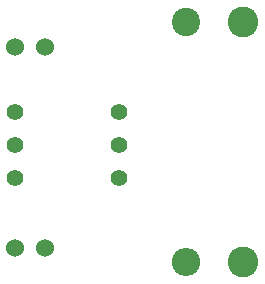
<source format=gbs>
G04 #@! TF.GenerationSoftware,KiCad,Pcbnew,(6.0.7)*
G04 #@! TF.CreationDate,2022-10-05T19:21:38-05:00*
G04 #@! TF.ProjectId,INA186_Breakout,494e4131-3836-45f4-9272-65616b6f7574,rev?*
G04 #@! TF.SameCoordinates,Original*
G04 #@! TF.FileFunction,Soldermask,Bot*
G04 #@! TF.FilePolarity,Negative*
%FSLAX46Y46*%
G04 Gerber Fmt 4.6, Leading zero omitted, Abs format (unit mm)*
G04 Created by KiCad (PCBNEW (6.0.7)) date 2022-10-05 19:21:38*
%MOMM*%
%LPD*%
G01*
G04 APERTURE LIST*
%ADD10C,2.600000*%
%ADD11C,2.400000*%
%ADD12O,2.400000X2.400000*%
%ADD13C,1.400000*%
%ADD14C,1.524000*%
G04 APERTURE END LIST*
D10*
X74193400Y-44754800D03*
D11*
X69342000Y-24434800D03*
D12*
X69342000Y-44754800D03*
D10*
X74193400Y-24434800D03*
D13*
X63703200Y-34874200D03*
X54889400Y-32080200D03*
X54889400Y-34848800D03*
X54889400Y-37617400D03*
D14*
X54889400Y-26568400D03*
X57429400Y-26568400D03*
X54889400Y-43561000D03*
X57429400Y-43561000D03*
D13*
X63703200Y-32105600D03*
X63703200Y-37642800D03*
M02*

</source>
